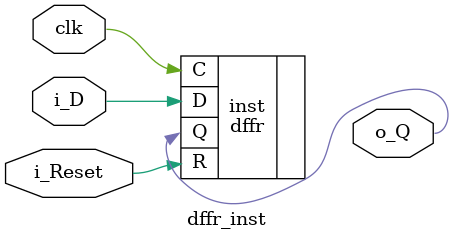
<source format=v>
                                   

`timescale 1ns / 1ps

module dffr_inst (
	input clk, //clock
	input i_Reset, //reset signal
	input i_D, //input to flop
	output o_Q  //output from flop
	);

//
// INSTANTIATIONS
//
	dffr inst(
		.D(i_D),
		.R(i_Reset),
		.C(clk),
		.Q(o_Q)
		);

endmodule
</source>
